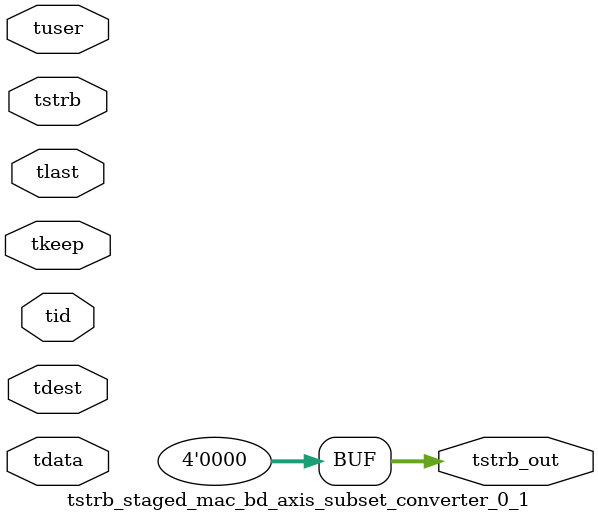
<source format=v>


`timescale 1ps/1ps

module tstrb_staged_mac_bd_axis_subset_converter_0_1 #
(
parameter C_S_AXIS_TDATA_WIDTH = 32,
parameter C_S_AXIS_TUSER_WIDTH = 0,
parameter C_S_AXIS_TID_WIDTH   = 0,
parameter C_S_AXIS_TDEST_WIDTH = 0,
parameter C_M_AXIS_TDATA_WIDTH = 32
)
(
input  [(C_S_AXIS_TDATA_WIDTH == 0 ? 1 : C_S_AXIS_TDATA_WIDTH)-1:0     ] tdata,
input  [(C_S_AXIS_TUSER_WIDTH == 0 ? 1 : C_S_AXIS_TUSER_WIDTH)-1:0     ] tuser,
input  [(C_S_AXIS_TID_WIDTH   == 0 ? 1 : C_S_AXIS_TID_WIDTH)-1:0       ] tid,
input  [(C_S_AXIS_TDEST_WIDTH == 0 ? 1 : C_S_AXIS_TDEST_WIDTH)-1:0     ] tdest,
input  [(C_S_AXIS_TDATA_WIDTH/8)-1:0 ] tkeep,
input  [(C_S_AXIS_TDATA_WIDTH/8)-1:0 ] tstrb,
input                                                                    tlast,
output [(C_M_AXIS_TDATA_WIDTH/8)-1:0 ] tstrb_out
);

assign tstrb_out = {1'b0};

endmodule


</source>
